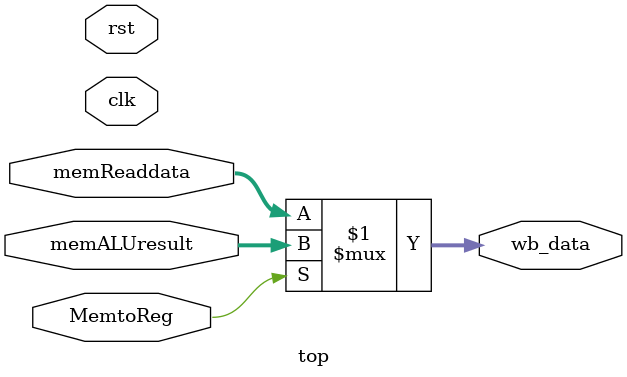
<source format=v>
module top(clk, rst, MemtoReg, memReaddata, memALUresult, wb_data);
input clk, rst ,MemtoReg;
input [31:0] memReaddata, memALUresult;
output [31:0] wb_data;
assign wb_data = MemtoReg ? memALUresult : memReaddata;
endmodule

</source>
